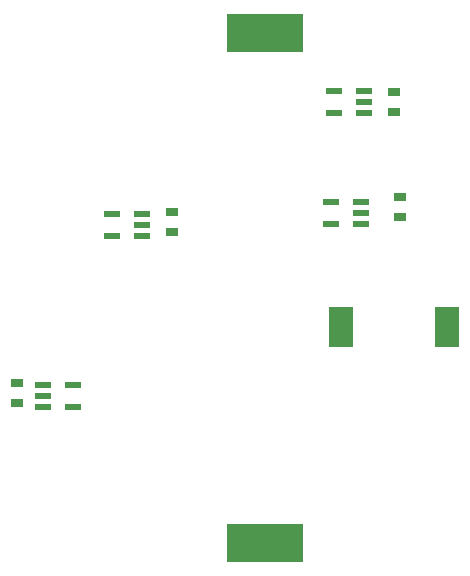
<source format=gbr>
G04 EAGLE Gerber RS-274X export*
G75*
%MOMM*%
%FSLAX34Y34*%
%LPD*%
%INSolderpaste Bottom*%
%IPPOS*%
%AMOC8*
5,1,8,0,0,1.08239X$1,22.5*%
G01*
G04 Define Apertures*
%ADD10R,6.451600X3.251200*%
%ADD11R,1.400000X0.600000*%
%ADD12R,2.000000X3.500000*%
%ADD13R,0.973900X0.798700*%
D10*
X0Y-215900D03*
X0Y215900D03*
D11*
X83435Y166980D03*
X83435Y157480D03*
X83435Y147980D03*
X58435Y147980D03*
X58435Y166980D03*
X-187760Y-100759D03*
X-187760Y-91259D03*
X-187760Y-81759D03*
X-162760Y-81759D03*
X-162760Y-100759D03*
X81080Y73000D03*
X81080Y63500D03*
X81080Y54000D03*
X56080Y54000D03*
X56080Y73000D03*
X-104340Y62840D03*
X-104340Y53340D03*
X-104340Y43840D03*
X-129340Y43840D03*
X-129340Y62840D03*
D12*
X154220Y-33020D03*
X64220Y-33020D03*
D13*
X109220Y149328D03*
X109220Y165632D03*
X114300Y60428D03*
X114300Y76732D03*
X-78740Y47728D03*
X-78740Y64032D03*
X-210015Y-80748D03*
X-210015Y-97052D03*
M02*

</source>
